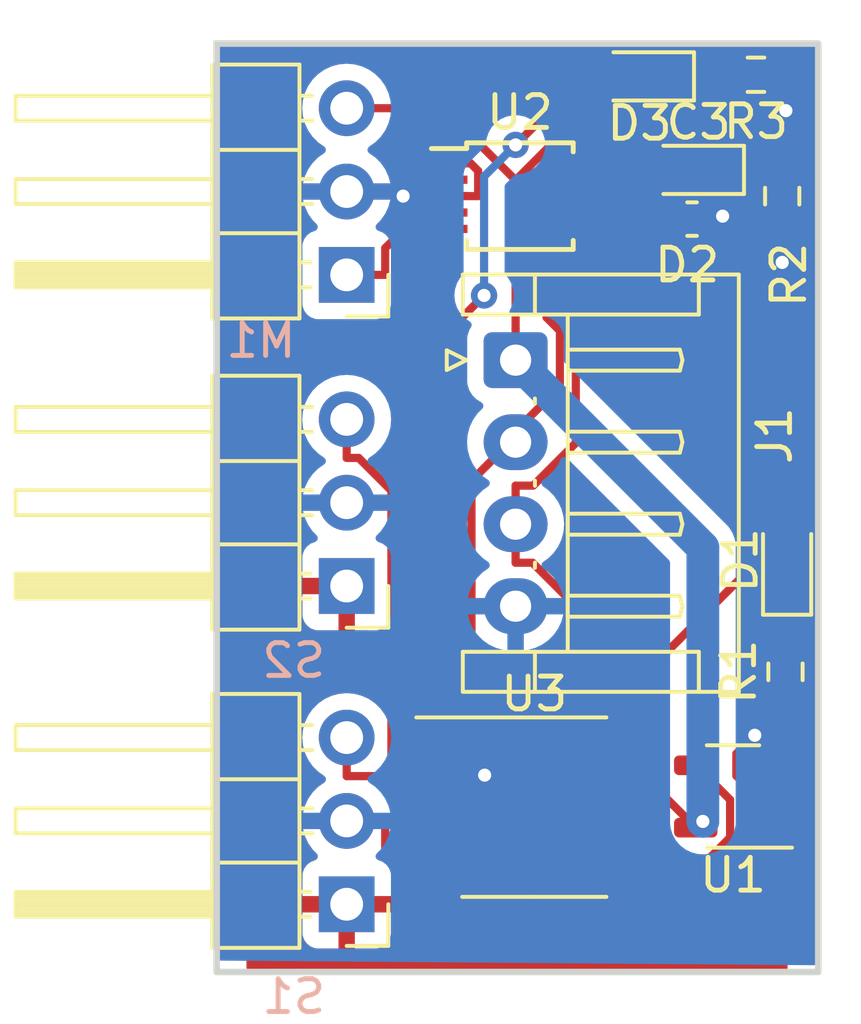
<source format=kicad_pcb>
(kicad_pcb (version 20221018) (generator pcbnew)
  (layers (0 "F.Cu" mixed) (31 "B.Cu" mixed) (34 "B.Paste" user) (35 "F.Paste" user) (36 "B.SilkS" user "B.Silkscreen") (37 "F.SilkS" user "F.Silkscreen") (38 "B.Mask" user) (39 "F.Mask" user) (44 "Edge.Cuts" user))
  (net 0 "")
  (net 1 "Net-(M1-Pin_1)")
  (net 2 "Net-(S1-Pin_3)")
  (net 3 "Net-(S2-Pin_3)")
  (net 4 "Net-(D1-K)")
  (net 5 "Net-(D2-K)")
  (net 6 "Net-(U1-EN)")
  (net 7 "+5V")
  (net 8 "GND")
  (net 9 "Net-(D3-K)")
  (net 13 "Net-(J1-Pin_3)")
  (net 14 "Net-(J1-Pin_2)")
  (net 15 "Net-(D3-A)")
  (net 16 "Net-(U1-~{FLG})")
  (footprint "Package_TO_SOT_SMD:SOT-23-5" (layer "F.Cu") (at 158.4 72.9 180)
    (fp_text reference "U1" (at 0 -2.4) (layer "F.SilkS"))
    (fp_text value "AP2171W")
    (fp_line (start 0 -1.56) (end -1.8 -1.56) (stroke (width 0.12)) (layer "F.SilkS"))
    (fp_line (start 0 -1.56) (end 0.8 -1.56) (stroke (width 0.12)) (layer "F.SilkS"))
    (fp_line (start 0 1.56) (end -0.8 1.56) (stroke (width 0.12)) (layer "F.SilkS"))
    (fp_line (start 0 1.56) (end 0.8 1.56) (stroke (width 0.12)) (layer "F.SilkS"))
    (pad "1" smd roundrect (at -1.1375 -0.95 180) (size 1.325 0.6) (layers "F.Cu" "F.Paste" "F.Mask") (net 15 "Net-(D3-A)"))
    (pad "2" smd roundrect (at -1.1375 0 180) (size 1.325 0.6) (layers "F.Cu" "F.Paste" "F.Mask") (net 8 "GND"))
    (pad "3" smd roundrect (at -1.1375 0.95 180) (size 1.325 0.6) (layers "F.Cu" "F.Paste" "F.Mask") (net 16 "Net-(U1-~{FLG})"))
    (pad "4" smd roundrect (at 1.1375 0.95 180) (size 1.325 0.6) (layers "F.Cu" "F.Paste" "F.Mask") (net 6 "Net-(U1-EN)"))
    (pad "5" smd roundrect (at 1.1375 -0.95 180) (size 1.325 0.6) (layers "F.Cu" "F.Paste" "F.Mask") (net 7 "+5V"))
  )
  (footprint "Capacitor_SMD:C_0603_1608Metric_Pad1.08x0.95mm_HandSolder" (layer "F.Cu") (at 157.15 55.3)
    (fp_text reference "C3" (at 0.2 -2.95) (layer "F.SilkS"))
    (fp_text value "1UF")
    (fp_line (start -0.146267 -0.51) (end 0.146267 -0.51) (stroke (width 0.12)) (layer "F.SilkS"))
    (fp_line (start -0.146267 0.51) (end 0.146267 0.51) (stroke (width 0.12)) (layer "F.SilkS"))
    (pad "1" smd roundrect (at -0.8625 0) (size 1.075 0.95) (layers "F.Cu" "F.Paste" "F.Mask") (net 7 "+5V"))
    (pad "2" smd roundrect (at 0.8625 0) (size 1.075 0.95) (layers "F.Cu" "F.Paste" "F.Mask") (net 8 "GND"))
  )
  (footprint "LED_SMD:LED_0603_1608Metric_Pad1.05x0.95mm_HandSolder" (layer "F.Cu") (at 155.55 50.95 180)
    (fp_text reference "D3" (at 0 -1.43) (layer "F.SilkS"))
    (fp_text value "Blue")
    (fp_line (start -1.66 -0.735) (end -1.66 0.735) (stroke (width 0.12)) (layer "F.SilkS"))
    (fp_line (start -1.66 0.735) (end 0.8 0.735) (stroke (width 0.12)) (layer "F.SilkS"))
    (fp_line (start 0.8 -0.735) (end -1.66 -0.735) (stroke (width 0.12)) (layer "F.SilkS"))
    (pad "1" smd roundrect (at -0.875 0 180) (size 1.05 0.95) (layers "F.Cu" "F.Paste" "F.Mask") (net 9 "Net-(D3-K)"))
    (pad "2" smd roundrect (at 0.875 0 180) (size 1.05 0.95) (layers "F.Cu" "F.Paste" "F.Mask") (net 15 "Net-(D3-A)"))
  )
  (footprint "LED_SMD:LED_0603_1608Metric_Pad1.05x0.95mm_HandSolder" (layer "F.Cu") (at 160.05 65.7 90)
    (fp_text reference "D1" (at 0 -1.43 90) (layer "F.SilkS"))
    (fp_text value "RED")
    (fp_line (start -1.66 -0.735) (end -1.66 0.735) (stroke (width 0.12)) (layer "F.SilkS"))
    (fp_line (start -1.66 0.735) (end 0.8 0.735) (stroke (width 0.12)) (layer "F.SilkS"))
    (fp_line (start 0.8 -0.735) (end -1.66 -0.735) (stroke (width 0.12)) (layer "F.SilkS"))
    (pad "1" smd roundrect (at -0.875 0 90) (size 1.05 0.95) (layers "F.Cu" "F.Paste" "F.Mask") (net 4 "Net-(D1-K)"))
    (pad "2" smd roundrect (at 0.875 0 90) (size 1.05 0.95) (layers "F.Cu" "F.Paste" "F.Mask") (net 7 "+5V"))
  )
  (footprint "Resistor_SMD:R_0603_1608Metric_Pad0.98x0.95mm_HandSolder" (layer "F.Cu") (at 160 69.1 90)
    (fp_text reference "R1" (at 0 -1.43 90) (layer "F.SilkS"))
    (fp_text value "150Ohm")
    (fp_line (start -0.254724 -0.5225) (end 0.254724 -0.5225) (stroke (width 0.12)) (layer "F.SilkS"))
    (fp_line (start -0.254724 0.5225) (end 0.254724 0.5225) (stroke (width 0.12)) (layer "F.SilkS"))
    (pad "1" smd roundrect (at -0.9125 0 90) (size 0.975 0.95) (layers "F.Cu" "F.Paste" "F.Mask") (net 16 "Net-(U1-~{FLG})"))
    (pad "2" smd roundrect (at 0.9125 0 90) (size 0.975 0.95) (layers "F.Cu" "F.Paste" "F.Mask") (net 4 "Net-(D1-K)"))
  )
  (footprint "Connector_PinHeader_2.54mm:PinHeader_1x03_P2.54mm_Horizontal" (layer "F.Cu") (at 146.615 76.185 180)
    (fp_text reference "S1" (at 1.615 -2.815) (layer "B.SilkS") (effects (justify mirror)))
    (fp_text value "Conn_01x03")
    (fp_line (start -1.27 -1.27) (end 0 -1.27) (stroke (width 0.12)) (layer "F.SilkS"))
    (fp_line (start -1.27 0) (end -1.27 -1.27) (stroke (width 0.12)) (layer "F.SilkS"))
    (fp_line (start 1.042929 2.16) (end 1.44 2.16) (stroke (width 0.12)) (layer "F.SilkS"))
    (fp_line (start 1.042929 2.92) (end 1.44 2.92) (stroke (width 0.12)) (layer "F.SilkS"))
    (fp_line (start 1.042929 4.7) (end 1.44 4.7) (stroke (width 0.12)) (layer "F.SilkS"))
    (fp_line (start 1.042929 5.46) (end 1.44 5.46) (stroke (width 0.12)) (layer "F.SilkS"))
    (fp_line (start 1.11 -0.38) (end 1.44 -0.38) (stroke (width 0.12)) (layer "F.SilkS"))
    (fp_line (start 1.11 0.38) (end 1.44 0.38) (stroke (width 0.12)) (layer "F.SilkS"))
    (fp_line (start 1.44 -1.33) (end 1.44 6.41) (stroke (width 0.12)) (layer "F.SilkS"))
    (fp_line (start 1.44 1.27) (end 4.1 1.27) (stroke (width 0.12)) (layer "F.SilkS"))
    (fp_line (start 1.44 3.81) (end 4.1 3.81) (stroke (width 0.12)) (layer "F.SilkS"))
    (fp_line (start 1.44 6.41) (end 4.1 6.41) (stroke (width 0.12)) (layer "F.SilkS"))
    (fp_line (start 4.1 -1.33) (end 1.44 -1.33) (stroke (width 0.12)) (layer "F.SilkS"))
    (fp_line (start 4.1 -0.38) (end 10.1 -0.38) (stroke (width 0.12)) (layer "F.SilkS"))
    (fp_line (start 4.1 -0.32) (end 10.1 -0.32) (stroke (width 0.12)) (layer "F.SilkS"))
    (fp_line (start 4.1 -0.2) (end 10.1 -0.2) (stroke (width 0.12)) (layer "F.SilkS"))
    (fp_line (start 4.1 -0.08) (end 10.1 -0.08) (stroke (width 0.12)) (layer "F.SilkS"))
    (fp_line (start 4.1 0.04) (end 10.1 0.04) (stroke (width 0.12)) (layer "F.SilkS"))
    (fp_line (start 4.1 0.16) (end 10.1 0.16) (stroke (width 0.12)) (layer "F.SilkS"))
    (fp_line (start 4.1 0.28) (end 10.1 0.28) (stroke (width 0.12)) (layer "F.SilkS"))
    (fp_line (start 4.1 2.16) (end 10.1 2.16) (stroke (width 0.12)) (layer "F.SilkS"))
    (fp_line (start 4.1 4.7) (end 10.1 4.7) (stroke (width 0.12)) (layer "F.SilkS"))
    (fp_line (start 4.1 6.41) (end 4.1 -1.33) (stroke (width 0.12)) (layer "F.SilkS"))
    (fp_line (start 10.1 -0.38) (end 10.1 0.38) (stroke (width 0.12)) (layer "F.SilkS"))
    (fp_line (start 10.1 0.38) (end 4.1 0.38) (stroke (width 0.12)) (layer "F.SilkS"))
    (fp_line (start 10.1 2.16) (end 10.1 2.92) (stroke (width 0.12)) (layer "F.SilkS"))
    (fp_line (start 10.1 2.92) (end 4.1 2.92) (stroke (width 0.12)) (layer "F.SilkS"))
    (fp_line (start 10.1 4.7) (end 10.1 5.46) (stroke (width 0.12)) (layer "F.SilkS"))
    (fp_line (start 10.1 5.46) (end 4.1 5.46) (stroke (width 0.12)) (layer "F.SilkS"))
    (pad "1" thru_hole rect (at 0 0 180) (size 1.7 1.7) (drill 1) (layers "*.Cu" "*.Mask") (net 15 "Net-(D3-A)"))
    (pad "2" thru_hole oval (at 0 2.54 180) (size 1.7 1.7) (drill 1) (layers "*.Cu" "*.Mask") (net 8 "GND"))
    (pad "3" thru_hole oval (at 0 5.08 180) (size 1.7 1.7) (drill 1) (layers "*.Cu" "*.Mask") (net 2 "Net-(S1-Pin_3)"))
  )
  (footprint "Resistor_SMD:R_0603_1608Metric_Pad0.98x0.95mm_HandSolder" (layer "F.Cu") (at 159.1 50.9 180)
    (fp_text reference "R3" (at 0 -1.43) (layer "F.SilkS"))
    (fp_text value "150Ohm")
    (fp_line (start -0.254724 -0.5225) (end 0.254724 -0.5225) (stroke (width 0.12)) (layer "F.SilkS"))
    (fp_line (start -0.254724 0.5225) (end 0.254724 0.5225) (stroke (width 0.12)) (layer "F.SilkS"))
    (pad "1" smd roundrect (at -0.9125 0 180) (size 0.975 0.95) (layers "F.Cu" "F.Paste" "F.Mask") (net 8 "GND"))
    (pad "2" smd roundrect (at 0.9125 0 180) (size 0.975 0.95) (layers "F.Cu" "F.Paste" "F.Mask") (net 9 "Net-(D3-K)"))
  )
  (footprint "Package_SO:TSSOP-16_4.4x5mm_P0.65mm" (layer "F.Cu") (at 152.3375 73.225)
    (fp_text reference "U3" (at 0 -3.45) (layer "F.SilkS"))
    (fp_text value "PCA9531PW")
    (fp_line (start 0 -2.735) (end -3.6 -2.735) (stroke (width 0.12)) (layer "F.SilkS"))
    (fp_line (start 0 -2.735) (end 2.2 -2.735) (stroke (width 0.12)) (layer "F.SilkS"))
    (fp_line (start 0 2.735) (end -2.2 2.735) (stroke (width 0.12)) (layer "F.SilkS"))
    (fp_line (start 0 2.735) (end 2.2 2.735) (stroke (width 0.12)) (layer "F.SilkS"))
    (pad "1" smd roundrect (at -2.8625 -2.275) (size 1.475 0.4) (layers "F.Cu" "F.Paste" "F.Mask") (net 8 "GND"))
    (pad "2" smd roundrect (at -2.8625 -1.625) (size 1.475 0.4) (layers "F.Cu" "F.Paste" "F.Mask") (net 8 "GND"))
    (pad "3" smd roundrect (at -2.8625 -0.975) (size 1.475 0.4) (layers "F.Cu" "F.Paste" "F.Mask") (net 8 "GND"))
    (pad "4" smd roundrect (at -2.8625 -0.325) (size 1.475 0.4) (layers "F.Cu" "F.Paste" "F.Mask") (net 3 "Net-(S2-Pin_3)"))
    (pad "5" smd roundrect (at -2.8625 0.325) (size 1.475 0.4) (layers "F.Cu" "F.Paste" "F.Mask") (net 2 "Net-(S1-Pin_3)"))
    (pad "6" smd roundrect (at -2.8625 0.975) (size 1.475 0.4) (layers "F.Cu" "F.Paste" "F.Mask") (net 6 "Net-(U1-EN)"))
    (pad "7" smd roundrect (at -2.8625 1.625) (size 1.475 0.4) (layers "F.Cu" "F.Paste" "F.Mask"))
    (pad "8" smd roundrect (at -2.8625 2.275) (size 1.475 0.4) (layers "F.Cu" "F.Paste" "F.Mask") (net 8 "GND"))
    (pad "9" smd roundrect (at 2.8625 2.275) (size 1.475 0.4) (layers "F.Cu" "F.Paste" "F.Mask"))
    (pad "10" smd roundrect (at 2.8625 1.625) (size 1.475 0.4) (layers "F.Cu" "F.Paste" "F.Mask"))
    (pad "11" smd roundrect (at 2.8625 0.975) (size 1.475 0.4) (layers "F.Cu" "F.Paste" "F.Mask"))
    (pad "12" smd roundrect (at 2.8625 0.325) (size 1.475 0.4) (layers "F.Cu" "F.Paste" "F.Mask"))
    (pad "13" smd roundrect (at 2.8625 -0.325) (size 1.475 0.4) (layers "F.Cu" "F.Paste" "F.Mask"))
    (pad "14" smd roundrect (at 2.8625 -0.975) (size 1.475 0.4) (layers "F.Cu" "F.Paste" "F.Mask") (net 14 "Net-(J1-Pin_2)"))
    (pad "15" smd roundrect (at 2.8625 -1.625) (size 1.475 0.4) (layers "F.Cu" "F.Paste" "F.Mask") (net 13 "Net-(J1-Pin_3)"))
    (pad "16" smd roundrect (at 2.8625 -2.275) (size 1.475 0.4) (layers "F.Cu" "F.Paste" "F.Mask") (net 7 "+5V"))
  )
  (footprint "LED_SMD:LED_0603_1608Metric_Pad1.05x0.95mm_HandSolder" (layer "F.Cu") (at 157.075 53.8 180)
    (fp_text reference "D2" (at 0.075 -2.9) (layer "F.SilkS"))
    (fp_text value "Green")
    (fp_line (start -1.66 -0.735) (end -1.66 0.735) (stroke (width 0.12)) (layer "F.SilkS"))
    (fp_line (start -1.66 0.735) (end 0.8 0.735) (stroke (width 0.12)) (layer "F.SilkS"))
    (fp_line (start 0.8 -0.735) (end -1.66 -0.735) (stroke (width 0.12)) (layer "F.SilkS"))
    (pad "1" smd roundrect (at -0.875 0 180) (size 1.05 0.95) (layers "F.Cu" "F.Paste" "F.Mask") (net 5 "Net-(D2-K)"))
    (pad "2" smd roundrect (at 0.875 0 180) (size 1.05 0.95) (layers "F.Cu" "F.Paste" "F.Mask") (net 7 "+5V"))
  )
  (footprint "Connector_PinHeader_2.54mm:PinHeader_1x03_P2.54mm_Horizontal" (layer "F.Cu") (at 146.615 57 180)
    (fp_text reference "M1" (at 2.615 -2) (layer "B.SilkS") (effects (justify mirror)))
    (fp_text value "Conn_01x03")
    (fp_line (start -1.27 -1.27) (end 0 -1.27) (stroke (width 0.12)) (layer "F.SilkS"))
    (fp_line (start -1.27 0) (end -1.27 -1.27) (stroke (width 0.12)) (layer "F.SilkS"))
    (fp_line (start 1.042929 2.16) (end 1.44 2.16) (stroke (width 0.12)) (layer "F.SilkS"))
    (fp_line (start 1.042929 2.92) (end 1.44 2.92) (stroke (width 0.12)) (layer "F.SilkS"))
    (fp_line (start 1.042929 4.7) (end 1.44 4.7) (stroke (width 0.12)) (layer "F.SilkS"))
    (fp_line (start 1.042929 5.46) (end 1.44 5.46) (stroke (width 0.12)) (layer "F.SilkS"))
    (fp_line (start 1.11 -0.38) (end 1.44 -0.38) (stroke (width 0.12)) (layer "F.SilkS"))
    (fp_line (start 1.11 0.38) (end 1.44 0.38) (stroke (width 0.12)) (layer "F.SilkS"))
    (fp_line (start 1.44 -1.33) (end 1.44 6.41) (stroke (width 0.12)) (layer "F.SilkS"))
    (fp_line (start 1.44 1.27) (end 4.1 1.27) (stroke (width 0.12)) (layer "F.SilkS"))
    (fp_line (start 1.44 3.81) (end 4.1 3.81) (stroke (width 0.12)) (layer "F.SilkS"))
    (fp_line (start 1.44 6.41) (end 4.1 6.41) (stroke (width 0.12)) (layer "F.SilkS"))
    (fp_line (start 4.1 -1.33) (end 1.44 -1.33) (stroke (width 0.12)) (layer "F.SilkS"))
    (fp_line (start 4.1 -0.38) (end 10.1 -0.38) (stroke (width 0.12)) (layer "F.SilkS"))
    (fp_line (start 4.1 -0.32) (end 10.1 -0.32) (stroke (width 0.12)) (layer "F.SilkS"))
    (fp_line (start 4.1 -0.2) (end 10.1 -0.2) (stroke (width 0.12)) (layer "F.SilkS"))
    (fp_line (start 4.1 -0.08) (end 10.1 -0.08) (stroke (width 0.12)) (layer "F.SilkS"))
    (fp_line (start 4.1 0.04) (end 10.1 0.04) (stroke (width 0.12)) (layer "F.SilkS"))
    (fp_line (start 4.1 0.16) (end 10.1 0.16) (stroke (width 0.12)) (layer "F.SilkS"))
    (fp_line (start 4.1 0.28) (end 10.1 0.28) (stroke (width 0.12)) (layer "F.SilkS"))
    (fp_line (start 4.1 2.16) (end 10.1 2.16) (stroke (width 0.12)) (layer "F.SilkS"))
    (fp_line (start 4.1 4.7) (end 10.1 4.7) (stroke (width 0.12)) (layer "F.SilkS"))
    (fp_line (start 4.1 6.41) (end 4.1 -1.33) (stroke (width 0.12)) (layer "F.SilkS"))
    (fp_line (start 10.1 -0.38) (end 10.1 0.38) (stroke (width 0.12)) (layer "F.SilkS"))
    (fp_line (start 10.1 0.38) (end 4.1 0.38) (stroke (width 0.12)) (layer "F.SilkS"))
    (fp_line (start 10.1 2.16) (end 10.1 2.92) (stroke (width 0.12)) (layer "F.SilkS"))
    (fp_line (start 10.1 2.92) (end 4.1 2.92) (stroke (width 0.12)) (layer "F.SilkS"))
    (fp_line (start 10.1 4.7) (end 10.1 5.46) (stroke (width 0.12)) (layer "F.SilkS"))
    (fp_line (start 10.1 5.46) (end 4.1 5.46) (stroke (width 0.12)) (layer "F.SilkS"))
    (pad "1" thru_hole rect (at 0 0 180) (size 1.7 1.7) (drill 1) (layers "*.Cu" "*.Mask") (net 1 "Net-(M1-Pin_1)"))
    (pad "2" thru_hole oval (at 0 2.54 180) (size 1.7 1.7) (drill 1) (layers "*.Cu" "*.Mask") (net 8 "GND"))
    (pad "3" thru_hole oval (at 0 5.08 180) (size 1.7 1.7) (drill 1) (layers "*.Cu" "*.Mask") (net 7 "+5V"))
  )
  (footprint "Connector_PinHeader_2.54mm:PinHeader_1x03_P2.54mm_Horizontal" (layer "F.Cu") (at 146.615 66.485 180)
    (fp_text reference "S2" (at 1.615 -2.27) (layer "B.SilkS") (effects (justify mirror)))
    (fp_text value "Conn_01x03")
    (fp_line (start -1.27 -1.27) (end 0 -1.27) (stroke (width 0.12)) (layer "F.SilkS"))
    (fp_line (start -1.27 0) (end -1.27 -1.27) (stroke (width 0.12)) (layer "F.SilkS"))
    (fp_line (start 1.042929 2.16) (end 1.44 2.16) (stroke (width 0.12)) (layer "F.SilkS"))
    (fp_line (start 1.042929 2.92) (end 1.44 2.92) (stroke (width 0.12)) (layer "F.SilkS"))
    (fp_line (start 1.042929 4.7) (end 1.44 4.7) (stroke (width 0.12)) (layer "F.SilkS"))
    (fp_line (start 1.042929 5.46) (end 1.44 5.46) (stroke (width 0.12)) (layer "F.SilkS"))
    (fp_line (start 1.11 -0.38) (end 1.44 -0.38) (stroke (width 0.12)) (layer "F.SilkS"))
    (fp_line (start 1.11 0.38) (end 1.44 0.38) (stroke (width 0.12)) (layer "F.SilkS"))
    (fp_line (start 1.44 -1.33) (end 1.44 6.41) (stroke (width 0.12)) (layer "F.SilkS"))
    (fp_line (start 1.44 1.27) (end 4.1 1.27) (stroke (width 0.12)) (layer "F.SilkS"))
    (fp_line (start 1.44 3.81) (end 4.1 3.81) (stroke (width 0.12)) (layer "F.SilkS"))
    (fp_line (start 1.44 6.41) (end 4.1 6.41) (stroke (width 0.12)) (layer "F.SilkS"))
    (fp_line (start 4.1 -1.33) (end 1.44 -1.33) (stroke (width 0.12)) (layer "F.SilkS"))
    (fp_line (start 4.1 -0.38) (end 10.1 -0.38) (stroke (width 0.12)) (layer "F.SilkS"))
    (fp_line (start 4.1 -0.32) (end 10.1 -0.32) (stroke (width 0.12)) (layer "F.SilkS"))
    (fp_line (start 4.1 -0.2) (end 10.1 -0.2) (stroke (width 0.12)) (layer "F.SilkS"))
    (fp_line (start 4.1 -0.08) (end 10.1 -0.08) (stroke (width 0.12)) (layer "F.SilkS"))
    (fp_line (start 4.1 0.04) (end 10.1 0.04) (stroke (width 0.12)) (layer "F.SilkS"))
    (fp_line (start 4.1 0.16) (end 10.1 0.16) (stroke (width 0.12)) (layer "F.SilkS"))
    (fp_line (start 4.1 0.28) (end 10.1 0.28) (stroke (width 0.12)) (layer "F.SilkS"))
    (fp_line (start 4.1 2.16) (end 10.1 2.16) (stroke (width 0.12)) (layer "F.SilkS"))
    (fp_line (start 4.1 4.7) (end 10.1 4.7) (stroke (width 0.12)) (layer "F.SilkS"))
    (fp_line (start 4.1 6.41) (end 4.1 -1.33) (stroke (width 0.12)) (layer "F.SilkS"))
    (fp_line (start 10.1 -0.38) (end 10.1 0.38) (stroke (width 0.12)) (layer "F.SilkS"))
    (fp_line (start 10.1 0.38) (end 4.1 0.38) (stroke (width 0.12)) (layer "F.SilkS"))
    (fp_line (start 10.1 2.16) (end 10.1 2.92) (stroke (width 0.12)) (layer "F.SilkS"))
    (fp_line (start 10.1 2.92) (end 4.1 2.92) (stroke (width 0.12)) (layer "F.SilkS"))
    (fp_line (start 10.1 4.7) (end 10.1 5.46) (stroke (width 0.12)) (layer "F.SilkS"))
    (fp_line (start 10.1 5.46) (end 4.1 5.46) (stroke (width 0.12)) (layer "F.SilkS"))
    (pad "1" thru_hole rect (at 0 0 180) (size 1.7 1.7) (drill 1) (layers "*.Cu" "*.Mask") (net 15 "Net-(D3-A)"))
    (pad "2" thru_hole oval (at 0 2.54 180) (size 1.7 1.7) (drill 1) (layers "*.Cu" "*.Mask") (net 8 "GND"))
    (pad "3" thru_hole oval (at 0 5.08 180) (size 1.7 1.7) (drill 1) (layers "*.Cu" "*.Mask") (net 3 "Net-(S2-Pin_3)"))
  )
  (footprint "Resistor_SMD:R_0603_1608Metric_Pad0.98x0.95mm_HandSolder" (layer "F.Cu") (at 159.9 54.6 90)
    (fp_text reference "R2" (at -2.4 0.2 90) (layer "F.SilkS"))
    (fp_text value "150Ohm")
    (fp_line (start -0.254724 -0.5225) (end 0.254724 -0.5225) (stroke (width 0.12)) (layer "F.SilkS"))
    (fp_line (start -0.254724 0.5225) (end 0.254724 0.5225) (stroke (width 0.12)) (layer "F.SilkS"))
    (pad "1" smd roundrect (at -0.9125 0 90) (size 0.975 0.95) (layers "F.Cu" "F.Paste" "F.Mask") (net 8 "GND"))
    (pad "2" smd roundrect (at 0.9125 0 90) (size 0.975 0.95) (layers "F.Cu" "F.Paste" "F.Mask") (net 5 "Net-(D2-K)"))
  )
  (footprint "Package_SO:TSSOP-10_3x3mm_P0.5mm" (layer "F.Cu") (at 151.9 54.6)
    (fp_text reference "U2" (at 0 -2.55) (layer "F.SilkS"))
    (fp_text value "ADS1013IDGS")
    (fp_line (start -1.625 -1.625) (end -1.625 -1.45) (stroke (width 0.15)) (layer "F.SilkS"))
    (fp_line (start -1.625 -1.625) (end 1.625 -1.625) (stroke (width 0.15)) (layer "F.SilkS"))
    (fp_line (start -1.625 -1.45) (end -2.7 -1.45) (stroke (width 0.15)) (layer "F.SilkS"))
    (fp_line (start -1.625 1.625) (end -1.625 1.35) (stroke (width 0.15)) (layer "F.SilkS"))
    (fp_line (start -1.625 1.625) (end 1.625 1.625) (stroke (width 0.15)) (layer "F.SilkS"))
    (fp_line (start 1.625 -1.625) (end 1.625 -1.35) (stroke (width 0.15)) (layer "F.SilkS"))
    (fp_line (start 1.625 1.625) (end 1.625 1.35) (stroke (width 0.15)) (layer "F.SilkS"))
    (pad "1" smd rect (at -2.15 -1) (size 1.1 0.25) (layers "F.Cu" "F.Paste" "F.Mask") (net 8 "GND"))
    (pad "2" smd rect (at -2.15 -0.5) (size 1.1 0.25) (layers "F.Cu" "F.Paste" "F.Mask"))
    (pad "3" smd rect (at -2.15 0) (size 1.1 0.25) (layers "F.Cu" "F.Paste" "F.Mask") (net 8 "GND"))
    (pad "4" smd rect (at -2.15 0.5) (size 1.1 0.25) (layers "F.Cu" "F.Paste" "F.Mask") (net 1 "Net-(M1-Pin_1)"))
    (pad "5" smd rect (at -2.15 1) (size 1.1 0.25) (layers "F.Cu" "F.Paste" "F.Mask"))
    (pad "6" smd rect (at 2.15 1) (size 1.1 0.25) (layers "F.Cu" "F.Paste" "F.Mask"))
    (pad "7" smd rect (at 2.15 0.5) (size 1.1 0.25) (layers "F.Cu" "F.Paste" "F.Mask"))
    (pad "8" smd rect (at 2.15 0) (size 1.1 0.25) (layers "F.Cu" "F.Paste" "F.Mask") (net 7 "+5V"))
    (pad "9" smd rect (at 2.15 -0.5) (size 1.1 0.25) (layers "F.Cu" "F.Paste" "F.Mask") (net 13 "Net-(J1-Pin_3)"))
    (pad "10" smd rect (at 2.15 -1) (size 1.1 0.25) (layers "F.Cu" "F.Paste" "F.Mask") (net 14 "Net-(J1-Pin_2)"))
  )
  (footprint "Connector_JST:JST_EH_S4B-EH_1x04_P2.50mm_Horizontal" (layer "F.Cu") (at 151.7675 59.6 -90)
    (fp_text reference "J1" (at 2.3 -7.9 90) (layer "F.SilkS"))
    (fp_text value "Conn_01x04")
    (fp_line (start -2.61 -6.81) (end 10.11 -6.81) (stroke (width 0.12)) (layer "F.SilkS"))
    (fp_line (start -2.61 -5.59) (end -1.39 -5.59) (stroke (width 0.12)) (layer "F.SilkS"))
    (fp_line (start -2.61 1.61) (end -2.61 -6.81) (stroke (width 0.12)) (layer "F.SilkS"))
    (fp_line (start -1.39 -5.59) (end -1.39 -0.59) (stroke (width 0.12)) (layer "F.SilkS"))
    (fp_line (start -1.39 -1.59) (end 8.89 -1.59) (stroke (width 0.12)) (layer "F.SilkS"))
    (fp_line (start -1.39 -0.59) (end -2.61 -0.59) (stroke (width 0.12)) (layer "F.SilkS"))
    (fp_line (start -1.39 -0.59) (end -1.39 1.61) (stroke (width 0.12)) (layer "F.SilkS"))
    (fp_line (start -1.39 1.61) (end -2.61 1.61) (stroke (width 0.12)) (layer "F.SilkS"))
    (fp_line (start -0.32 -5.01) (end 0 -5.09) (stroke (width 0.12)) (layer "F.SilkS"))
    (fp_line (start -0.32 -1.59) (end -0.32 -5.01) (stroke (width 0.12)) (layer "F.SilkS"))
    (fp_line (start -0.3 2.1) (end 0.3 2.1) (stroke (width 0.12)) (layer "F.SilkS"))
    (fp_line (start 0 -5.09) (end 0.32 -5.01) (stroke (width 0.12)) (layer "F.SilkS"))
    (fp_line (start 0 -1.59) (end -0.32 -1.59) (stroke (width 0.12)) (layer "F.SilkS"))
    (fp_line (start 0 1.5) (end -0.3 2.1) (stroke (width 0.12)) (layer "F.SilkS"))
    (fp_line (start 0.3 2.1) (end 0 1.5) (stroke (width 0.12)) (layer "F.SilkS"))
    (fp_line (start 0.32 -5.01) (end 0.32 -1.59) (stroke (width 0.12)) (layer "F.SilkS"))
    (fp_line (start 0.32 -1.59) (end 0 -1.59) (stroke (width 0.12)) (layer "F.SilkS"))
    (fp_line (start 1.17 -0.59) (end 1.33 -0.59) (stroke (width 0.12)) (layer "F.SilkS"))
    (fp_line (start 2.18 -5.01) (end 2.5 -5.09) (stroke (width 0.12)) (layer "F.SilkS"))
    (fp_line (start 2.18 -1.59) (end 2.18 -5.01) (stroke (width 0.12)) (layer "F.SilkS"))
    (fp_line (start 2.5 -5.09) (end 2.82 -5.01) (stroke (width 0.12)) (layer "F.SilkS"))
    (fp_line (start 2.5 -1.59) (end 2.18 -1.59) (stroke (width 0.12)) (layer "F.SilkS"))
    (fp_line (start 2.82 -5.01) (end 2.82 -1.59) (stroke (width 0.12)) (layer "F.SilkS"))
    (fp_line (start 2.82 -1.59) (end 2.5 -1.59) (stroke (width 0.12)) (layer "F.SilkS"))
    (fp_line (start 3.67 -0.59) (end 3.83 -0.59) (stroke (width 0.12)) (layer "F.SilkS"))
    (fp_line (start 4.68 -5.01) (end 5 -5.09) (stroke (width 0.12)) (layer "F.SilkS"))
    (fp_line (start 4.68 -1.59) (end 4.68 -5.01) (stroke (width 0.12)) (layer "F.SilkS"))
    (fp_line (start 5 -5.09) (end 5.32 -5.01) (stroke (width 0.12)) (layer "F.SilkS"))
    (fp_line (start 5 -1.59) (end 4.68 -1.59) (stroke (width 0.12)) (layer "F.SilkS"))
    (fp_line (start 5.32 -5.01) (end 5.32 -1.59) (stroke (width 0.12)) (layer "F.SilkS"))
    (fp_line (start 5.32 -1.59) (end 5 -1.59) (stroke (width 0.12)) (layer "F.SilkS"))
    (fp_line (start 6.17 -0.59) (end 6.33 -0.59) (stroke (width 0.12)) (layer "F.SilkS"))
    (fp_line (start 7.18 -5.01) (end 7.5 -5.09) (stroke (width 0.12)) (layer "F.SilkS"))
    (fp_line (start 7.18 -1.59) (end 7.18 -5.01) (stroke (width 0.12)) (layer "F.SilkS"))
    (fp_line (start 7.5 -5.09) (end 7.82 -5.01) (stroke (width 0.12)) (layer "F.SilkS"))
    (fp_line (start 7.5 -1.59) (end 7.18 -1.59) (stroke (width 0.12)) (layer "F.SilkS"))
    (fp_line (start 7.82 -5.01) (end 7.82 -1.59) (stroke (width 0.12)) (layer "F.SilkS"))
    (fp_line (start 7.82 -1.59) (end 7.5 -1.59) (stroke (width 0.12)) (layer "F.SilkS"))
    (fp_line (start 8.89 -5.59) (end 8.89 -0.59) (stroke (width 0.12)) (layer "F.SilkS"))
    (fp_line (start 8.89 -0.59) (end 10.11 -0.59) (stroke (width 0.12)) (layer "F.SilkS"))
    (fp_line (start 8.89 1.61) (end 8.89 -0.59) (stroke (width 0.12)) (layer "F.SilkS"))
    (fp_line (start 10.11 -6.81) (end 10.11 1.61) (stroke (width 0.12)) (layer "F.SilkS"))
    (fp_line (start 10.11 -5.59) (end 8.89 -5.59) (stroke (width 0.12)) (layer "F.SilkS"))
    (fp_line (start 10.11 1.61) (end 8.89 1.61) (stroke (width 0.12)) (layer "F.SilkS"))
    (pad "1" thru_hole roundrect (at 0 0 270) (size 1.7 1.95) (drill 0.95) (layers "*.Cu" "*.Mask") (roundrect_rratio 0.147059) (net 7 "+5V"))
    (pad "2" thru_hole oval (at 2.5 0 270) (size 1.7 1.95) (drill 0.95) (layers "*.Cu" "*.Mask") (net 14 "Net-(J1-Pin_2)"))
    (pad "3" thru_hole oval (at 5 0 270) (size 1.7 1.95) (drill 0.95) (layers "*.Cu" "*.Mask") (net 13 "Net-(J1-Pin_3)"))
    (pad "4" thru_hole oval (at 7.5 0 270) (size 1.7 1.95) (drill 0.95) (layers "*.Cu" "*.Mask") (net 8 "GND"))
  )
  (gr_rect (start 142.65 49.95) (end 161 78.25) (stroke (width 0.2)) (fill none) (layer "Edge.Cuts"))
  (segment (start 148.875 55.1) (end 147.79 56.1848) (width 0.25) (layer "F.Cu") (net 1))
  (segment (start 149.75 55.1) (end 148.875 55.1) (width 0.25) (layer "F.Cu") (net 1))
  (segment (start 147.79 56.1848) (end 147.79 57) (width 0.25) (layer "F.Cu") (net 1))
  (segment (start 147.79 57) (end 146.615 57) (width 0.25) (layer "F.Cu") (net 1))
  (segment (start 146.615 72.2801) (end 146.615 71.105) (width 0.25) (layer "F.Cu") (net 2))
  (segment (start 149.475 73.55) (end 148.704 73.55) (width 0.25) (layer "F.Cu") (net 2))
  (segment (start 148.704 73.55) (end 147.434 72.2801) (width 0.25) (layer "F.Cu") (net 2))
  (segment (start 147.434 72.2801) (end 146.615 72.2801) (width 0.25) (layer "F.Cu") (net 2))
  (segment (start 146.98 62.5801) (end 147.98 63.5797) (width 0.25) (layer "F.Cu") (net 3))
  (segment (start 146.615 62.5801) (end 146.98 62.5801) (width 0.25) (layer "F.Cu") (net 3))
  (segment (start 148.691 72.9) (end 149.475 72.9) (width 0.25) (layer "F.Cu") (net 3))
  (segment (start 146.615 61.405) (end 146.615 62.5801) (width 0.25) (layer "F.Cu") (net 3))
  (segment (start 147.98 72.1889) (end 148.691 72.9) (width 0.25) (layer "F.Cu") (net 3))
  (segment (start 147.98 63.5797) (end 147.98 72.1889) (width 0.25) (layer "F.Cu") (net 3))
  (segment (start 160.05 66.575) (end 160 66.625) (width 0.25) (layer "F.Cu") (net 4))
  (segment (start 160 66.625) (end 160 68.1875) (width 0.25) (layer "F.Cu") (net 4))
  (segment (start 157.95 53.8) (end 159.7875 53.8) (width 0.25) (layer "F.Cu") (net 5))
  (segment (start 159.7875 53.8) (end 159.9 53.6875) (width 0.25) (layer "F.Cu") (net 5))
  (segment (start 157.2622 71.9504) (end 157.262 71.9502) (width 0.25) (layer "F.Cu") (net 6))
  (segment (start 158.311 72.9984) (end 157.2622 71.9504) (width 0.25) (layer "F.Cu") (net 6))
  (segment (start 149.475 74.2) (end 152.175 74.2) (width 0.25) (layer "F.Cu") (net 6))
  (segment (start 152.175 74.2) (end 154.029 76.054) (width 0.25) (layer "F.Cu") (net 6))
  (segment (start 157.2622 71.9503) (end 157.2622 71.9504) (width 0.25) (layer "F.Cu") (net 6))
  (segment (start 154.029 76.054) (end 156.407 76.054) (width 0.25) (layer "F.Cu") (net 6))
  (segment (start 156.407 76.054) (end 158.311 74.15) (width 0.25) (layer "F.Cu") (net 6))
  (segment (start 158.311 74.15) (end 158.311 72.9984) (width 0.25) (layer "F.Cu") (net 6))
  (segment (start 157.2625 71.95) (end 157.2622 71.9503) (width 0.25) (layer "F.Cu") (net 6))
  (segment (start 156.2875 55.2995) (end 156.2875 55.3) (width 0.25) (layer "F.Cu") (net 7))
  (segment (start 157.29 73.85) (end 157.48 73.66) (width 0.25) (layer "F.Cu") (net 7))
  (segment (start 155.7425 70.95) (end 155.914 70.95) (width 0.25) (layer "F.Cu") (net 7))
  (segment (start 156.269 72.8562) (end 157.262 73.85) (width 0.25) (layer "F.Cu") (net 7))
  (segment (start 156.269 71.3052) (end 156.269 72.8562) (width 0.25) (layer "F.Cu") (net 7))
  (segment (start 155.2 70.95) (end 155.7425 70.95) (width 0.25) (layer "F.Cu") (net 7))
  (segment (start 154.94 53.2818) (end 154.785 53.1268) (width 0.25) (layer "F.Cu") (net 7))
  (segment (start 155.7425 69.1325) (end 160.05 64.825) (width 0.25) (layer "F.Cu") (net 7))
  (segment (start 155.4 54.6) (end 155.538 54.6) (width 0.25) (layer "F.Cu") (net 7))
  (segment (start 155.7425 70.95) (end 155.7425 69.1325) (width 0.25) (layer "F.Cu") (net 7))
  (segment (start 155.938 54.95) (end 156.2875 55.2995) (width 0.25) (layer "F.Cu") (net 7))
  (segment (start 154.94 54.6) (end 154.94 53.2818) (width 0.25) (layer "F.Cu") (net 7))
  (segment (start 151.768 54.116) (end 151.768 58.6362) (width 0.25) (layer "F.Cu") (net 7))
  (segment (start 155.4 54.6) (end 156.2 53.8) (width 0.25) (layer "F.Cu") (net 7))
  (segment (start 155.538 54.6) (end 155.888 54.95) (width 0.25) (layer "F.Cu") (net 7))
  (segment (start 154.94 54.6) (end 155.4 54.6) (width 0.25) (layer "F.Cu") (net 7))
  (segment (start 155.914 70.95) (end 156.269 71.3052) (width 0.25) (layer "F.Cu") (net 7))
  (segment (start 151.7675 59.6) (end 151.768 59.5995) (width 0.25) (layer "F.Cu") (net 7))
  (segment (start 154.785 53.1268) (end 152.757 53.1268) (width 0.25) (layer "F.Cu") (net 7))
  (segment (start 151.768 59.5995) (end 151.768 58.6362) (width 0.25) (layer "F.Cu") (net 7))
  (segment (start 156.2875 55.2995) (end 156.288 55.3) (width 0.25) (layer "F.Cu") (net 7))
  (segment (start 155.888 54.95) (end 155.938 54.95) (width 0.25) (layer "F.Cu") (net 7))
  (segment (start 154.05 54.6) (end 154.94 54.6) (width 0.25) (layer "F.Cu") (net 7))
  (segment (start 157.262 73.85) (end 157.2625 73.85) (width 0.25) (layer "F.Cu") (net 7))
  (segment (start 149.572 51.92) (end 146.615 51.92) (width 0.25) (layer "F.Cu") (net 7))
  (segment (start 152.757 53.1268) (end 151.768 54.116) (width 0.25) (layer "F.Cu") (net 7))
  (segment (start 157.2625 73.85) (end 157.29 73.85) (width 0.25) (layer "F.Cu") (net 7))
  (segment (start 155.888 54.95) (end 156.238 55.3) (width 0.25) (layer "F.Cu") (net 7))
  (segment (start 151.768 54.116) (end 149.572 51.92) (width 0.25) (layer "F.Cu") (net 7))
  (via (at 157.48 73.66) (size 0.8) (drill 0.4) (layers "F.Cu" "B.Cu") (net 7))
  (segment (start 157.48 65.3125) (end 157.48 73.66) (width 1) (layer "B.Cu") (net 7))
  (segment (start 151.768 59.6) (end 157.48 65.3125) (width 1) (layer "B.Cu") (net 7))
  (segment (start 151.7675 59.6) (end 151.768 59.6) (width 0.25) (layer "B.Cu") (net 7))
  (segment (start 160.0125 51.9947) (end 160.0125 50.9) (width 0.25) (layer "F.Cu") (net 8))
  (segment (start 159.5375 72.9) (end 159.538 72.9) (width 0.25) (layer "F.Cu") (net 8))
  (segment (start 146.615 73.645) (end 147.79 73.645) (width 0.25) (layer "F.Cu") (net 8))
  (segment (start 149.75 54.6) (end 150.6251 54.6) (width 0.25) (layer "F.Cu") (net 8))
  (segment (start 158.012 55.2907) (end 158.012 55.3) (width 0.25) (layer "F.Cu") (net 8))
  (segment (start 159.9 56.621) (end 159.9 55.5125) (width 0.25) (layer "F.Cu") (net 8))
  (segment (start 150.3952 53.6) (end 149.75 53.6) (width 0.25) (layer "F.Cu") (net 8))
  (segment (start 158.502 71.597) (end 158.502 72.2708) (width 0.25) (layer "F.Cu") (net 8))
  (segment (start 158.012 55.2907) (end 158.0125 55.2912) (width 0.25) (layer "F.Cu") (net 8))
  (segment (start 150.6251 54.6) (end 150.6251 53.8299) (width 0.25) (layer "F.Cu") (net 8))
  (segment (start 149.475 72.25) (end 149.475 71.6) (width 0.25) (layer "F.Cu") (net 8))
  (segment (start 159.064 71.0341) (end 158.502 71.597) (width 0.25) (layer "F.Cu") (net 8))
  (segment (start 148.337 54.6) (end 149.75 54.6) (width 0.25) (layer "F.Cu") (net 8))
  (segment (start 147.79 73.645) (end 147.79 74.5688) (width 0.25) (layer "F.Cu") (net 8))
  (segment (start 150.6251 53.8299) (end 150.3952 53.6) (width 0.25) (layer "F.Cu") (net 8))
  (segment (start 158.502 72.2708) (end 159.131 72.9) (width 0.25) (layer "F.Cu") (net 8))
  (segment (start 158.012 55.2815) (end 158.012 55.2907) (width 0.25) (layer "F.Cu") (net 8))
  (segment (start 149.475 70.95) (end 149.475 71.6) (width 0.25) (layer "F.Cu") (net 8))
  (segment (start 158.0125 55.2912) (end 158.0125 55.3) (width 0.25) (layer "F.Cu") (net 8))
  (segment (start 147.79 74.5688) (end 148.721 75.5) (width 0.25) (layer "F.Cu") (net 8))
  (segment (start 158.083 55.211) (end 158.012 55.2815) (width 0.25) (layer "F.Cu") (net 8))
  (segment (start 148.721 75.5) (end 149.475 75.5) (width 0.25) (layer "F.Cu") (net 8))
  (segment (start 159.131 72.9) (end 159.5375 72.9) (width 0.25) (layer "F.Cu") (net 8))
  (segment (start 150.8237 72.25) (end 149.475 72.25) (width 0.25) (layer "F.Cu") (net 8))
  (via (at 159.9 56.621) (size 0.8) (drill 0.4) (layers "F.Cu" "B.Cu") (net 8))
  (via (at 148.337 54.6) (size 0.8) (drill 0.4) (layers "F.Cu" "B.Cu") (net 8))
  (via (at 159.064 71.0341) (size 0.8) (drill 0.4) (layers "F.Cu" "B.Cu") (net 8))
  (via (at 158.083 55.211) (size 0.8) (drill 0.4) (layers "F.Cu" "B.Cu") (net 8))
  (via (at 160.0125 51.9947) (size 0.8) (drill 0.4) (layers "F.Cu" "B.Cu") (net 8))
  (via (at 150.8237 72.25) (size 0.8) (drill 0.4) (layers "F.Cu" "B.Cu") (net 8))
  (segment (start 156.425 50.95) (end 158.1375 50.95) (width 0.25) (layer "F.Cu") (net 9))
  (segment (start 158.1375 50.95) (end 158.1875 50.9) (width 0.25) (layer "F.Cu") (net 9))
  (segment (start 153.604 62.1235) (end 152.303 63.4249) (width 0.25) (layer "F.Cu") (net 13))
  (segment (start 154.05 54.1) (end 153.175 54.1) (width 0.25) (layer "F.Cu") (net 13))
  (segment (start 153.175 57.1765) (end 153.604 57.606) (width 0.25) (layer "F.Cu") (net 13))
  (segment (start 151.768 64.6) (end 151.7675 64.6) (width 0.25) (layer "F.Cu") (net 13))
  (segment (start 151.768 63.4249) (end 151.768 64.6) (width 0.25) (layer "F.Cu") (net 13))
  (segment (start 154.427 71.6) (end 155.2 71.6) (width 0.25) (layer "F.Cu") (net 13))
  (segment (start 153.604 57.606) (end 153.604 62.1235) (width 0.25) (layer "F.Cu") (net 13))
  (segment (start 152.303 63.4249) (end 151.768 63.4249) (width 0.25) (layer "F.Cu") (net 13))
  (segment (start 151.768 65.7751) (end 152.282 65.7751) (width 0.25) (layer "F.Cu") (net 13))
  (segment (start 152.282 65.7751) (end 154.119 67.6128) (width 0.25) (layer "F.Cu") (net 13))
  (segment (start 153.175 54.1) (end 153.175 57.1765) (width 0.25) (layer "F.Cu") (net 13))
  (segment (start 154.119 71.2921) (end 154.427 71.6) (width 0.25) (layer "F.Cu") (net 13))
  (segment (start 151.768 64.6) (end 151.768 65.7751) (width 0.25) (layer "F.Cu") (net 13))
  (segment (start 154.119 67.6128) (end 154.119 71.2921) (width 0.25) (layer "F.Cu") (net 13))
  (segment (start 152.92 53.6) (end 154.05 53.6) (width 0.25) (layer "F.Cu") (net 14))
  (segment (start 151.768 61.9303) (end 150.422 63.2757) (width 0.25) (layer "F.Cu") (net 14))
  (segment (start 154.44 72.25) (end 155.2 72.25) (width 0.25) (layer "F.Cu") (net 14))
  (segment (start 151.768 61.9727) (end 151.7675 61.9732) (width 0.25) (layer "F.Cu") (net 14))
  (segment (start 151.7675 61.9732) (end 151.7675 62.1) (width 0.25) (layer "F.Cu") (net 14))
  (segment (start 151.768 61.9727) (end 151.768 62.0151) (width 0.25) (layer "F.Cu") (net 14))
  (segment (start 150.422 63.2757) (end 150.422 68.2316) (width 0.25) (layer "F.Cu") (net 14))
  (segment (start 153.119 58.7052) (end 152.712 58.2982) (width 0.25) (layer "F.Cu") (net 14))
  (segment (start 150.422 68.2316) (end 154.44 72.25) (width 0.25) (layer "F.Cu") (net 14))
  (segment (start 153.119 60.4095) (end 153.119 58.7052) (width 0.25) (layer "F.Cu") (net 14))
  (segment (start 152.712 53.8087) (end 152.92 53.6) (width 0.25) (layer "F.Cu") (net 14))
  (segment (start 151.768 61.9303) (end 151.768 61.9727) (width 0.25) (layer "F.Cu") (net 14))
  (segment (start 151.768 61.9303) (end 151.768 61.7606) (width 0.25) (layer "F.Cu") (net 14))
  (segment (start 152.712 58.2982) (end 152.712 53.8087) (width 0.25) (layer "F.Cu") (net 14))
  (segment (start 151.768 61.7606) (end 153.119 60.4095) (width 0.25) (layer "F.Cu") (net 14))
  (segment (start 151.7679 53.0384) (end 153.8563 50.95) (width 0.25) (layer "F.Cu") (net 15))
  (segment (start 148.6668 67.6605) (end 148.6668 59.7669) (width 0.25) (layer "F.Cu") (net 15))
  (segment (start 148.6668 59.7669) (end 150.8063 57.6274) (width 0.25) (layer "F.Cu") (net 15))
  (segment (start 153.8563 50.95) (end 154.675 50.95) (width 0.25) (layer "F.Cu") (net 15))
  (via (at 151.7679 53.0384) (size 0.8) (drill 0.4) (layers "F.Cu" "B.Cu") (net 15))
  (via (at 150.8063 57.6274) (size 0.8) (drill 0.4) (layers "F.Cu" "B.Cu") (net 15))
  (segment (start 150.8063 57.6274) (end 150.8063 54) (width 0.25) (layer "B.Cu") (net 15))
  (segment (start 150.8063 54) (end 151.7679 53.0384) (width 0.25) (layer "B.Cu") (net 15))
  (segment (start 160 71.4875) (end 160 70.0125) (width 0.25) (layer "F.Cu") (net 16))
  (segment (start 159.5375 71.95) (end 160 71.4875) (width 0.25) (layer "F.Cu") (net 16))
  (zone (net 15) (net_name "Net-(D3-A)") (layer "F.Cu") (priority 1) (connect_pads (clearance 0.5)) (min_thickness 0.25) (fill yes (thermal_gap 0.5) (thermal_bridge_width 0.5))
    (polygon (pts (xy 143.51 66.04) (xy 149.86 66.04) (xy 149.86 73.66) (xy 160.02 73.66) (xy 160.07 78.57) (xy 143.56 78.57)))
  )
  (zone (net 8) (net_name "GND") (layer "B.Cu") (connect_pads (clearance 0.5)) (min_thickness 0.25) (fill yes (thermal_gap 0.5) (thermal_bridge_width 0.5))
    (polygon (pts (xy 161.37 49.85) (xy 141.85 49.65) (xy 142.35 77.9) (xy 161.6 78.05)))
  )
)
</source>
